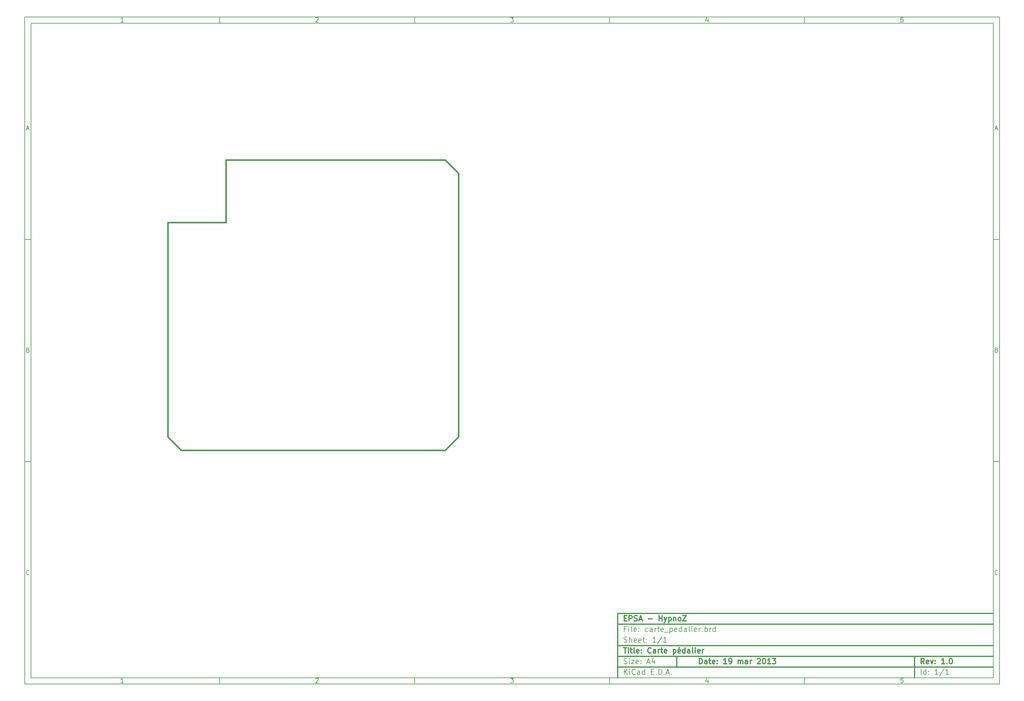
<source format=gbr>
G04 (created by PCBNEW-RS274X (2012-01-19 BZR 3256)-stable) date 19/03/2013 14:37:20*
G01*
G70*
G90*
%MOIN*%
G04 Gerber Fmt 3.4, Leading zero omitted, Abs format*
%FSLAX34Y34*%
G04 APERTURE LIST*
%ADD10C,0.006000*%
%ADD11C,0.012000*%
%ADD12C,0.015000*%
G04 APERTURE END LIST*
G54D10*
X04000Y-04000D02*
X113000Y-04000D01*
X113000Y-78670D01*
X04000Y-78670D01*
X04000Y-04000D01*
X04700Y-04700D02*
X112300Y-04700D01*
X112300Y-77970D01*
X04700Y-77970D01*
X04700Y-04700D01*
X25800Y-04000D02*
X25800Y-04700D01*
X15043Y-04552D02*
X14757Y-04552D01*
X14900Y-04552D02*
X14900Y-04052D01*
X14852Y-04124D01*
X14805Y-04171D01*
X14757Y-04195D01*
X25800Y-78670D02*
X25800Y-77970D01*
X15043Y-78522D02*
X14757Y-78522D01*
X14900Y-78522D02*
X14900Y-78022D01*
X14852Y-78094D01*
X14805Y-78141D01*
X14757Y-78165D01*
X47600Y-04000D02*
X47600Y-04700D01*
X36557Y-04100D02*
X36581Y-04076D01*
X36629Y-04052D01*
X36748Y-04052D01*
X36795Y-04076D01*
X36819Y-04100D01*
X36843Y-04148D01*
X36843Y-04195D01*
X36819Y-04267D01*
X36533Y-04552D01*
X36843Y-04552D01*
X47600Y-78670D02*
X47600Y-77970D01*
X36557Y-78070D02*
X36581Y-78046D01*
X36629Y-78022D01*
X36748Y-78022D01*
X36795Y-78046D01*
X36819Y-78070D01*
X36843Y-78118D01*
X36843Y-78165D01*
X36819Y-78237D01*
X36533Y-78522D01*
X36843Y-78522D01*
X69400Y-04000D02*
X69400Y-04700D01*
X58333Y-04052D02*
X58643Y-04052D01*
X58476Y-04243D01*
X58548Y-04243D01*
X58595Y-04267D01*
X58619Y-04290D01*
X58643Y-04338D01*
X58643Y-04457D01*
X58619Y-04505D01*
X58595Y-04529D01*
X58548Y-04552D01*
X58405Y-04552D01*
X58357Y-04529D01*
X58333Y-04505D01*
X69400Y-78670D02*
X69400Y-77970D01*
X58333Y-78022D02*
X58643Y-78022D01*
X58476Y-78213D01*
X58548Y-78213D01*
X58595Y-78237D01*
X58619Y-78260D01*
X58643Y-78308D01*
X58643Y-78427D01*
X58619Y-78475D01*
X58595Y-78499D01*
X58548Y-78522D01*
X58405Y-78522D01*
X58357Y-78499D01*
X58333Y-78475D01*
X91200Y-04000D02*
X91200Y-04700D01*
X80395Y-04219D02*
X80395Y-04552D01*
X80276Y-04029D02*
X80157Y-04386D01*
X80467Y-04386D01*
X91200Y-78670D02*
X91200Y-77970D01*
X80395Y-78189D02*
X80395Y-78522D01*
X80276Y-77999D02*
X80157Y-78356D01*
X80467Y-78356D01*
X102219Y-04052D02*
X101981Y-04052D01*
X101957Y-04290D01*
X101981Y-04267D01*
X102029Y-04243D01*
X102148Y-04243D01*
X102195Y-04267D01*
X102219Y-04290D01*
X102243Y-04338D01*
X102243Y-04457D01*
X102219Y-04505D01*
X102195Y-04529D01*
X102148Y-04552D01*
X102029Y-04552D01*
X101981Y-04529D01*
X101957Y-04505D01*
X102219Y-78022D02*
X101981Y-78022D01*
X101957Y-78260D01*
X101981Y-78237D01*
X102029Y-78213D01*
X102148Y-78213D01*
X102195Y-78237D01*
X102219Y-78260D01*
X102243Y-78308D01*
X102243Y-78427D01*
X102219Y-78475D01*
X102195Y-78499D01*
X102148Y-78522D01*
X102029Y-78522D01*
X101981Y-78499D01*
X101957Y-78475D01*
X04000Y-28890D02*
X04700Y-28890D01*
X04231Y-16510D02*
X04469Y-16510D01*
X04184Y-16652D02*
X04350Y-16152D01*
X04517Y-16652D01*
X113000Y-28890D02*
X112300Y-28890D01*
X112531Y-16510D02*
X112769Y-16510D01*
X112484Y-16652D02*
X112650Y-16152D01*
X112817Y-16652D01*
X04000Y-53780D02*
X04700Y-53780D01*
X04386Y-41280D02*
X04457Y-41304D01*
X04481Y-41328D01*
X04505Y-41376D01*
X04505Y-41447D01*
X04481Y-41495D01*
X04457Y-41519D01*
X04410Y-41542D01*
X04219Y-41542D01*
X04219Y-41042D01*
X04386Y-41042D01*
X04433Y-41066D01*
X04457Y-41090D01*
X04481Y-41138D01*
X04481Y-41185D01*
X04457Y-41233D01*
X04433Y-41257D01*
X04386Y-41280D01*
X04219Y-41280D01*
X113000Y-53780D02*
X112300Y-53780D01*
X112686Y-41280D02*
X112757Y-41304D01*
X112781Y-41328D01*
X112805Y-41376D01*
X112805Y-41447D01*
X112781Y-41495D01*
X112757Y-41519D01*
X112710Y-41542D01*
X112519Y-41542D01*
X112519Y-41042D01*
X112686Y-41042D01*
X112733Y-41066D01*
X112757Y-41090D01*
X112781Y-41138D01*
X112781Y-41185D01*
X112757Y-41233D01*
X112733Y-41257D01*
X112686Y-41280D01*
X112519Y-41280D01*
X04505Y-66385D02*
X04481Y-66409D01*
X04410Y-66432D01*
X04362Y-66432D01*
X04290Y-66409D01*
X04243Y-66361D01*
X04219Y-66313D01*
X04195Y-66218D01*
X04195Y-66147D01*
X04219Y-66051D01*
X04243Y-66004D01*
X04290Y-65956D01*
X04362Y-65932D01*
X04410Y-65932D01*
X04481Y-65956D01*
X04505Y-65980D01*
X112805Y-66385D02*
X112781Y-66409D01*
X112710Y-66432D01*
X112662Y-66432D01*
X112590Y-66409D01*
X112543Y-66361D01*
X112519Y-66313D01*
X112495Y-66218D01*
X112495Y-66147D01*
X112519Y-66051D01*
X112543Y-66004D01*
X112590Y-65956D01*
X112662Y-65932D01*
X112710Y-65932D01*
X112781Y-65956D01*
X112805Y-65980D01*
G54D11*
X79443Y-76413D02*
X79443Y-75813D01*
X79586Y-75813D01*
X79671Y-75841D01*
X79729Y-75899D01*
X79757Y-75956D01*
X79786Y-76070D01*
X79786Y-76156D01*
X79757Y-76270D01*
X79729Y-76327D01*
X79671Y-76384D01*
X79586Y-76413D01*
X79443Y-76413D01*
X80300Y-76413D02*
X80300Y-76099D01*
X80271Y-76041D01*
X80214Y-76013D01*
X80100Y-76013D01*
X80043Y-76041D01*
X80300Y-76384D02*
X80243Y-76413D01*
X80100Y-76413D01*
X80043Y-76384D01*
X80014Y-76327D01*
X80014Y-76270D01*
X80043Y-76213D01*
X80100Y-76184D01*
X80243Y-76184D01*
X80300Y-76156D01*
X80500Y-76013D02*
X80729Y-76013D01*
X80586Y-75813D02*
X80586Y-76327D01*
X80614Y-76384D01*
X80672Y-76413D01*
X80729Y-76413D01*
X81157Y-76384D02*
X81100Y-76413D01*
X80986Y-76413D01*
X80929Y-76384D01*
X80900Y-76327D01*
X80900Y-76099D01*
X80929Y-76041D01*
X80986Y-76013D01*
X81100Y-76013D01*
X81157Y-76041D01*
X81186Y-76099D01*
X81186Y-76156D01*
X80900Y-76213D01*
X81443Y-76356D02*
X81471Y-76384D01*
X81443Y-76413D01*
X81414Y-76384D01*
X81443Y-76356D01*
X81443Y-76413D01*
X81443Y-76041D02*
X81471Y-76070D01*
X81443Y-76099D01*
X81414Y-76070D01*
X81443Y-76041D01*
X81443Y-76099D01*
X82500Y-76413D02*
X82157Y-76413D01*
X82329Y-76413D02*
X82329Y-75813D01*
X82272Y-75899D01*
X82214Y-75956D01*
X82157Y-75984D01*
X82785Y-76413D02*
X82900Y-76413D01*
X82957Y-76384D01*
X82985Y-76356D01*
X83043Y-76270D01*
X83071Y-76156D01*
X83071Y-75927D01*
X83043Y-75870D01*
X83014Y-75841D01*
X82957Y-75813D01*
X82843Y-75813D01*
X82785Y-75841D01*
X82757Y-75870D01*
X82728Y-75927D01*
X82728Y-76070D01*
X82757Y-76127D01*
X82785Y-76156D01*
X82843Y-76184D01*
X82957Y-76184D01*
X83014Y-76156D01*
X83043Y-76127D01*
X83071Y-76070D01*
X83785Y-76413D02*
X83785Y-76013D01*
X83785Y-76070D02*
X83813Y-76041D01*
X83871Y-76013D01*
X83956Y-76013D01*
X84013Y-76041D01*
X84042Y-76099D01*
X84042Y-76413D01*
X84042Y-76099D02*
X84071Y-76041D01*
X84128Y-76013D01*
X84213Y-76013D01*
X84271Y-76041D01*
X84299Y-76099D01*
X84299Y-76413D01*
X84842Y-76413D02*
X84842Y-76099D01*
X84813Y-76041D01*
X84756Y-76013D01*
X84642Y-76013D01*
X84585Y-76041D01*
X84842Y-76384D02*
X84785Y-76413D01*
X84642Y-76413D01*
X84585Y-76384D01*
X84556Y-76327D01*
X84556Y-76270D01*
X84585Y-76213D01*
X84642Y-76184D01*
X84785Y-76184D01*
X84842Y-76156D01*
X85128Y-76413D02*
X85128Y-76013D01*
X85128Y-76127D02*
X85156Y-76070D01*
X85185Y-76041D01*
X85242Y-76013D01*
X85299Y-76013D01*
X85927Y-75870D02*
X85956Y-75841D01*
X86013Y-75813D01*
X86156Y-75813D01*
X86213Y-75841D01*
X86242Y-75870D01*
X86270Y-75927D01*
X86270Y-75984D01*
X86242Y-76070D01*
X85899Y-76413D01*
X86270Y-76413D01*
X86641Y-75813D02*
X86698Y-75813D01*
X86755Y-75841D01*
X86784Y-75870D01*
X86813Y-75927D01*
X86841Y-76041D01*
X86841Y-76184D01*
X86813Y-76299D01*
X86784Y-76356D01*
X86755Y-76384D01*
X86698Y-76413D01*
X86641Y-76413D01*
X86584Y-76384D01*
X86555Y-76356D01*
X86527Y-76299D01*
X86498Y-76184D01*
X86498Y-76041D01*
X86527Y-75927D01*
X86555Y-75870D01*
X86584Y-75841D01*
X86641Y-75813D01*
X87412Y-76413D02*
X87069Y-76413D01*
X87241Y-76413D02*
X87241Y-75813D01*
X87184Y-75899D01*
X87126Y-75956D01*
X87069Y-75984D01*
X87612Y-75813D02*
X87983Y-75813D01*
X87783Y-76041D01*
X87869Y-76041D01*
X87926Y-76070D01*
X87955Y-76099D01*
X87983Y-76156D01*
X87983Y-76299D01*
X87955Y-76356D01*
X87926Y-76384D01*
X87869Y-76413D01*
X87697Y-76413D01*
X87640Y-76384D01*
X87612Y-76356D01*
G54D10*
X71043Y-77613D02*
X71043Y-77013D01*
X71386Y-77613D02*
X71129Y-77270D01*
X71386Y-77013D02*
X71043Y-77356D01*
X71643Y-77613D02*
X71643Y-77213D01*
X71643Y-77013D02*
X71614Y-77041D01*
X71643Y-77070D01*
X71671Y-77041D01*
X71643Y-77013D01*
X71643Y-77070D01*
X72272Y-77556D02*
X72243Y-77584D01*
X72157Y-77613D01*
X72100Y-77613D01*
X72015Y-77584D01*
X71957Y-77527D01*
X71929Y-77470D01*
X71900Y-77356D01*
X71900Y-77270D01*
X71929Y-77156D01*
X71957Y-77099D01*
X72015Y-77041D01*
X72100Y-77013D01*
X72157Y-77013D01*
X72243Y-77041D01*
X72272Y-77070D01*
X72786Y-77613D02*
X72786Y-77299D01*
X72757Y-77241D01*
X72700Y-77213D01*
X72586Y-77213D01*
X72529Y-77241D01*
X72786Y-77584D02*
X72729Y-77613D01*
X72586Y-77613D01*
X72529Y-77584D01*
X72500Y-77527D01*
X72500Y-77470D01*
X72529Y-77413D01*
X72586Y-77384D01*
X72729Y-77384D01*
X72786Y-77356D01*
X73329Y-77613D02*
X73329Y-77013D01*
X73329Y-77584D02*
X73272Y-77613D01*
X73158Y-77613D01*
X73100Y-77584D01*
X73072Y-77556D01*
X73043Y-77499D01*
X73043Y-77327D01*
X73072Y-77270D01*
X73100Y-77241D01*
X73158Y-77213D01*
X73272Y-77213D01*
X73329Y-77241D01*
X74072Y-77299D02*
X74272Y-77299D01*
X74358Y-77613D02*
X74072Y-77613D01*
X74072Y-77013D01*
X74358Y-77013D01*
X74615Y-77556D02*
X74643Y-77584D01*
X74615Y-77613D01*
X74586Y-77584D01*
X74615Y-77556D01*
X74615Y-77613D01*
X74901Y-77613D02*
X74901Y-77013D01*
X75044Y-77013D01*
X75129Y-77041D01*
X75187Y-77099D01*
X75215Y-77156D01*
X75244Y-77270D01*
X75244Y-77356D01*
X75215Y-77470D01*
X75187Y-77527D01*
X75129Y-77584D01*
X75044Y-77613D01*
X74901Y-77613D01*
X75501Y-77556D02*
X75529Y-77584D01*
X75501Y-77613D01*
X75472Y-77584D01*
X75501Y-77556D01*
X75501Y-77613D01*
X75758Y-77441D02*
X76044Y-77441D01*
X75701Y-77613D02*
X75901Y-77013D01*
X76101Y-77613D01*
X76301Y-77556D02*
X76329Y-77584D01*
X76301Y-77613D01*
X76272Y-77584D01*
X76301Y-77556D01*
X76301Y-77613D01*
G54D11*
X104586Y-76413D02*
X104386Y-76127D01*
X104243Y-76413D02*
X104243Y-75813D01*
X104471Y-75813D01*
X104529Y-75841D01*
X104557Y-75870D01*
X104586Y-75927D01*
X104586Y-76013D01*
X104557Y-76070D01*
X104529Y-76099D01*
X104471Y-76127D01*
X104243Y-76127D01*
X105071Y-76384D02*
X105014Y-76413D01*
X104900Y-76413D01*
X104843Y-76384D01*
X104814Y-76327D01*
X104814Y-76099D01*
X104843Y-76041D01*
X104900Y-76013D01*
X105014Y-76013D01*
X105071Y-76041D01*
X105100Y-76099D01*
X105100Y-76156D01*
X104814Y-76213D01*
X105300Y-76013D02*
X105443Y-76413D01*
X105585Y-76013D01*
X105814Y-76356D02*
X105842Y-76384D01*
X105814Y-76413D01*
X105785Y-76384D01*
X105814Y-76356D01*
X105814Y-76413D01*
X105814Y-76041D02*
X105842Y-76070D01*
X105814Y-76099D01*
X105785Y-76070D01*
X105814Y-76041D01*
X105814Y-76099D01*
X106871Y-76413D02*
X106528Y-76413D01*
X106700Y-76413D02*
X106700Y-75813D01*
X106643Y-75899D01*
X106585Y-75956D01*
X106528Y-75984D01*
X107128Y-76356D02*
X107156Y-76384D01*
X107128Y-76413D01*
X107099Y-76384D01*
X107128Y-76356D01*
X107128Y-76413D01*
X107528Y-75813D02*
X107585Y-75813D01*
X107642Y-75841D01*
X107671Y-75870D01*
X107700Y-75927D01*
X107728Y-76041D01*
X107728Y-76184D01*
X107700Y-76299D01*
X107671Y-76356D01*
X107642Y-76384D01*
X107585Y-76413D01*
X107528Y-76413D01*
X107471Y-76384D01*
X107442Y-76356D01*
X107414Y-76299D01*
X107385Y-76184D01*
X107385Y-76041D01*
X107414Y-75927D01*
X107442Y-75870D01*
X107471Y-75841D01*
X107528Y-75813D01*
G54D10*
X71014Y-76384D02*
X71100Y-76413D01*
X71243Y-76413D01*
X71300Y-76384D01*
X71329Y-76356D01*
X71357Y-76299D01*
X71357Y-76241D01*
X71329Y-76184D01*
X71300Y-76156D01*
X71243Y-76127D01*
X71129Y-76099D01*
X71071Y-76070D01*
X71043Y-76041D01*
X71014Y-75984D01*
X71014Y-75927D01*
X71043Y-75870D01*
X71071Y-75841D01*
X71129Y-75813D01*
X71271Y-75813D01*
X71357Y-75841D01*
X71614Y-76413D02*
X71614Y-76013D01*
X71614Y-75813D02*
X71585Y-75841D01*
X71614Y-75870D01*
X71642Y-75841D01*
X71614Y-75813D01*
X71614Y-75870D01*
X71843Y-76013D02*
X72157Y-76013D01*
X71843Y-76413D01*
X72157Y-76413D01*
X72614Y-76384D02*
X72557Y-76413D01*
X72443Y-76413D01*
X72386Y-76384D01*
X72357Y-76327D01*
X72357Y-76099D01*
X72386Y-76041D01*
X72443Y-76013D01*
X72557Y-76013D01*
X72614Y-76041D01*
X72643Y-76099D01*
X72643Y-76156D01*
X72357Y-76213D01*
X72900Y-76356D02*
X72928Y-76384D01*
X72900Y-76413D01*
X72871Y-76384D01*
X72900Y-76356D01*
X72900Y-76413D01*
X72900Y-76041D02*
X72928Y-76070D01*
X72900Y-76099D01*
X72871Y-76070D01*
X72900Y-76041D01*
X72900Y-76099D01*
X73614Y-76241D02*
X73900Y-76241D01*
X73557Y-76413D02*
X73757Y-75813D01*
X73957Y-76413D01*
X74414Y-76013D02*
X74414Y-76413D01*
X74271Y-75784D02*
X74128Y-76213D01*
X74500Y-76213D01*
X104243Y-77613D02*
X104243Y-77013D01*
X104786Y-77613D02*
X104786Y-77013D01*
X104786Y-77584D02*
X104729Y-77613D01*
X104615Y-77613D01*
X104557Y-77584D01*
X104529Y-77556D01*
X104500Y-77499D01*
X104500Y-77327D01*
X104529Y-77270D01*
X104557Y-77241D01*
X104615Y-77213D01*
X104729Y-77213D01*
X104786Y-77241D01*
X105072Y-77556D02*
X105100Y-77584D01*
X105072Y-77613D01*
X105043Y-77584D01*
X105072Y-77556D01*
X105072Y-77613D01*
X105072Y-77241D02*
X105100Y-77270D01*
X105072Y-77299D01*
X105043Y-77270D01*
X105072Y-77241D01*
X105072Y-77299D01*
X106129Y-77613D02*
X105786Y-77613D01*
X105958Y-77613D02*
X105958Y-77013D01*
X105901Y-77099D01*
X105843Y-77156D01*
X105786Y-77184D01*
X106814Y-76984D02*
X106300Y-77756D01*
X107329Y-77613D02*
X106986Y-77613D01*
X107158Y-77613D02*
X107158Y-77013D01*
X107101Y-77099D01*
X107043Y-77156D01*
X106986Y-77184D01*
G54D11*
X70957Y-74613D02*
X71300Y-74613D01*
X71129Y-75213D02*
X71129Y-74613D01*
X71500Y-75213D02*
X71500Y-74813D01*
X71500Y-74613D02*
X71471Y-74641D01*
X71500Y-74670D01*
X71528Y-74641D01*
X71500Y-74613D01*
X71500Y-74670D01*
X71700Y-74813D02*
X71929Y-74813D01*
X71786Y-74613D02*
X71786Y-75127D01*
X71814Y-75184D01*
X71872Y-75213D01*
X71929Y-75213D01*
X72215Y-75213D02*
X72157Y-75184D01*
X72129Y-75127D01*
X72129Y-74613D01*
X72671Y-75184D02*
X72614Y-75213D01*
X72500Y-75213D01*
X72443Y-75184D01*
X72414Y-75127D01*
X72414Y-74899D01*
X72443Y-74841D01*
X72500Y-74813D01*
X72614Y-74813D01*
X72671Y-74841D01*
X72700Y-74899D01*
X72700Y-74956D01*
X72414Y-75013D01*
X72957Y-75156D02*
X72985Y-75184D01*
X72957Y-75213D01*
X72928Y-75184D01*
X72957Y-75156D01*
X72957Y-75213D01*
X72957Y-74841D02*
X72985Y-74870D01*
X72957Y-74899D01*
X72928Y-74870D01*
X72957Y-74841D01*
X72957Y-74899D01*
X74043Y-75156D02*
X74014Y-75184D01*
X73928Y-75213D01*
X73871Y-75213D01*
X73786Y-75184D01*
X73728Y-75127D01*
X73700Y-75070D01*
X73671Y-74956D01*
X73671Y-74870D01*
X73700Y-74756D01*
X73728Y-74699D01*
X73786Y-74641D01*
X73871Y-74613D01*
X73928Y-74613D01*
X74014Y-74641D01*
X74043Y-74670D01*
X74557Y-75213D02*
X74557Y-74899D01*
X74528Y-74841D01*
X74471Y-74813D01*
X74357Y-74813D01*
X74300Y-74841D01*
X74557Y-75184D02*
X74500Y-75213D01*
X74357Y-75213D01*
X74300Y-75184D01*
X74271Y-75127D01*
X74271Y-75070D01*
X74300Y-75013D01*
X74357Y-74984D01*
X74500Y-74984D01*
X74557Y-74956D01*
X74843Y-75213D02*
X74843Y-74813D01*
X74843Y-74927D02*
X74871Y-74870D01*
X74900Y-74841D01*
X74957Y-74813D01*
X75014Y-74813D01*
X75128Y-74813D02*
X75357Y-74813D01*
X75214Y-74613D02*
X75214Y-75127D01*
X75242Y-75184D01*
X75300Y-75213D01*
X75357Y-75213D01*
X75785Y-75184D02*
X75728Y-75213D01*
X75614Y-75213D01*
X75557Y-75184D01*
X75528Y-75127D01*
X75528Y-74899D01*
X75557Y-74841D01*
X75614Y-74813D01*
X75728Y-74813D01*
X75785Y-74841D01*
X75814Y-74899D01*
X75814Y-74956D01*
X75528Y-75013D01*
X76528Y-74813D02*
X76528Y-75413D01*
X76528Y-74841D02*
X76585Y-74813D01*
X76699Y-74813D01*
X76756Y-74841D01*
X76785Y-74870D01*
X76814Y-74927D01*
X76814Y-75099D01*
X76785Y-75156D01*
X76756Y-75184D01*
X76699Y-75213D01*
X76585Y-75213D01*
X76528Y-75184D01*
X77299Y-75184D02*
X77242Y-75213D01*
X77128Y-75213D01*
X77071Y-75184D01*
X77042Y-75127D01*
X77042Y-74899D01*
X77071Y-74841D01*
X77128Y-74813D01*
X77242Y-74813D01*
X77299Y-74841D01*
X77328Y-74899D01*
X77328Y-74956D01*
X77042Y-75013D01*
X77242Y-74584D02*
X77157Y-74670D01*
X77842Y-75213D02*
X77842Y-74613D01*
X77842Y-75184D02*
X77785Y-75213D01*
X77671Y-75213D01*
X77613Y-75184D01*
X77585Y-75156D01*
X77556Y-75099D01*
X77556Y-74927D01*
X77585Y-74870D01*
X77613Y-74841D01*
X77671Y-74813D01*
X77785Y-74813D01*
X77842Y-74841D01*
X78385Y-75213D02*
X78385Y-74899D01*
X78356Y-74841D01*
X78299Y-74813D01*
X78185Y-74813D01*
X78128Y-74841D01*
X78385Y-75184D02*
X78328Y-75213D01*
X78185Y-75213D01*
X78128Y-75184D01*
X78099Y-75127D01*
X78099Y-75070D01*
X78128Y-75013D01*
X78185Y-74984D01*
X78328Y-74984D01*
X78385Y-74956D01*
X78757Y-75213D02*
X78699Y-75184D01*
X78671Y-75127D01*
X78671Y-74613D01*
X78985Y-75213D02*
X78985Y-74813D01*
X78985Y-74613D02*
X78956Y-74641D01*
X78985Y-74670D01*
X79013Y-74641D01*
X78985Y-74613D01*
X78985Y-74670D01*
X79499Y-75184D02*
X79442Y-75213D01*
X79328Y-75213D01*
X79271Y-75184D01*
X79242Y-75127D01*
X79242Y-74899D01*
X79271Y-74841D01*
X79328Y-74813D01*
X79442Y-74813D01*
X79499Y-74841D01*
X79528Y-74899D01*
X79528Y-74956D01*
X79242Y-75013D01*
X79785Y-75213D02*
X79785Y-74813D01*
X79785Y-74927D02*
X79813Y-74870D01*
X79842Y-74841D01*
X79899Y-74813D01*
X79956Y-74813D01*
G54D10*
X71243Y-72499D02*
X71043Y-72499D01*
X71043Y-72813D02*
X71043Y-72213D01*
X71329Y-72213D01*
X71557Y-72813D02*
X71557Y-72413D01*
X71557Y-72213D02*
X71528Y-72241D01*
X71557Y-72270D01*
X71585Y-72241D01*
X71557Y-72213D01*
X71557Y-72270D01*
X71929Y-72813D02*
X71871Y-72784D01*
X71843Y-72727D01*
X71843Y-72213D01*
X72385Y-72784D02*
X72328Y-72813D01*
X72214Y-72813D01*
X72157Y-72784D01*
X72128Y-72727D01*
X72128Y-72499D01*
X72157Y-72441D01*
X72214Y-72413D01*
X72328Y-72413D01*
X72385Y-72441D01*
X72414Y-72499D01*
X72414Y-72556D01*
X72128Y-72613D01*
X72671Y-72756D02*
X72699Y-72784D01*
X72671Y-72813D01*
X72642Y-72784D01*
X72671Y-72756D01*
X72671Y-72813D01*
X72671Y-72441D02*
X72699Y-72470D01*
X72671Y-72499D01*
X72642Y-72470D01*
X72671Y-72441D01*
X72671Y-72499D01*
X73671Y-72784D02*
X73614Y-72813D01*
X73500Y-72813D01*
X73442Y-72784D01*
X73414Y-72756D01*
X73385Y-72699D01*
X73385Y-72527D01*
X73414Y-72470D01*
X73442Y-72441D01*
X73500Y-72413D01*
X73614Y-72413D01*
X73671Y-72441D01*
X74185Y-72813D02*
X74185Y-72499D01*
X74156Y-72441D01*
X74099Y-72413D01*
X73985Y-72413D01*
X73928Y-72441D01*
X74185Y-72784D02*
X74128Y-72813D01*
X73985Y-72813D01*
X73928Y-72784D01*
X73899Y-72727D01*
X73899Y-72670D01*
X73928Y-72613D01*
X73985Y-72584D01*
X74128Y-72584D01*
X74185Y-72556D01*
X74471Y-72813D02*
X74471Y-72413D01*
X74471Y-72527D02*
X74499Y-72470D01*
X74528Y-72441D01*
X74585Y-72413D01*
X74642Y-72413D01*
X74756Y-72413D02*
X74985Y-72413D01*
X74842Y-72213D02*
X74842Y-72727D01*
X74870Y-72784D01*
X74928Y-72813D01*
X74985Y-72813D01*
X75413Y-72784D02*
X75356Y-72813D01*
X75242Y-72813D01*
X75185Y-72784D01*
X75156Y-72727D01*
X75156Y-72499D01*
X75185Y-72441D01*
X75242Y-72413D01*
X75356Y-72413D01*
X75413Y-72441D01*
X75442Y-72499D01*
X75442Y-72556D01*
X75156Y-72613D01*
X75556Y-72870D02*
X76013Y-72870D01*
X76156Y-72413D02*
X76156Y-73013D01*
X76156Y-72441D02*
X76213Y-72413D01*
X76327Y-72413D01*
X76384Y-72441D01*
X76413Y-72470D01*
X76442Y-72527D01*
X76442Y-72699D01*
X76413Y-72756D01*
X76384Y-72784D01*
X76327Y-72813D01*
X76213Y-72813D01*
X76156Y-72784D01*
X76927Y-72784D02*
X76870Y-72813D01*
X76756Y-72813D01*
X76699Y-72784D01*
X76670Y-72727D01*
X76670Y-72499D01*
X76699Y-72441D01*
X76756Y-72413D01*
X76870Y-72413D01*
X76927Y-72441D01*
X76956Y-72499D01*
X76956Y-72556D01*
X76670Y-72613D01*
X77470Y-72813D02*
X77470Y-72213D01*
X77470Y-72784D02*
X77413Y-72813D01*
X77299Y-72813D01*
X77241Y-72784D01*
X77213Y-72756D01*
X77184Y-72699D01*
X77184Y-72527D01*
X77213Y-72470D01*
X77241Y-72441D01*
X77299Y-72413D01*
X77413Y-72413D01*
X77470Y-72441D01*
X78013Y-72813D02*
X78013Y-72499D01*
X77984Y-72441D01*
X77927Y-72413D01*
X77813Y-72413D01*
X77756Y-72441D01*
X78013Y-72784D02*
X77956Y-72813D01*
X77813Y-72813D01*
X77756Y-72784D01*
X77727Y-72727D01*
X77727Y-72670D01*
X77756Y-72613D01*
X77813Y-72584D01*
X77956Y-72584D01*
X78013Y-72556D01*
X78385Y-72813D02*
X78327Y-72784D01*
X78299Y-72727D01*
X78299Y-72213D01*
X78613Y-72813D02*
X78613Y-72413D01*
X78613Y-72213D02*
X78584Y-72241D01*
X78613Y-72270D01*
X78641Y-72241D01*
X78613Y-72213D01*
X78613Y-72270D01*
X79127Y-72784D02*
X79070Y-72813D01*
X78956Y-72813D01*
X78899Y-72784D01*
X78870Y-72727D01*
X78870Y-72499D01*
X78899Y-72441D01*
X78956Y-72413D01*
X79070Y-72413D01*
X79127Y-72441D01*
X79156Y-72499D01*
X79156Y-72556D01*
X78870Y-72613D01*
X79413Y-72813D02*
X79413Y-72413D01*
X79413Y-72527D02*
X79441Y-72470D01*
X79470Y-72441D01*
X79527Y-72413D01*
X79584Y-72413D01*
X79784Y-72756D02*
X79812Y-72784D01*
X79784Y-72813D01*
X79755Y-72784D01*
X79784Y-72756D01*
X79784Y-72813D01*
X80070Y-72813D02*
X80070Y-72213D01*
X80070Y-72441D02*
X80127Y-72413D01*
X80241Y-72413D01*
X80298Y-72441D01*
X80327Y-72470D01*
X80356Y-72527D01*
X80356Y-72699D01*
X80327Y-72756D01*
X80298Y-72784D01*
X80241Y-72813D01*
X80127Y-72813D01*
X80070Y-72784D01*
X80613Y-72813D02*
X80613Y-72413D01*
X80613Y-72527D02*
X80641Y-72470D01*
X80670Y-72441D01*
X80727Y-72413D01*
X80784Y-72413D01*
X81241Y-72813D02*
X81241Y-72213D01*
X81241Y-72784D02*
X81184Y-72813D01*
X81070Y-72813D01*
X81012Y-72784D01*
X80984Y-72756D01*
X80955Y-72699D01*
X80955Y-72527D01*
X80984Y-72470D01*
X81012Y-72441D01*
X81070Y-72413D01*
X81184Y-72413D01*
X81241Y-72441D01*
X71014Y-73984D02*
X71100Y-74013D01*
X71243Y-74013D01*
X71300Y-73984D01*
X71329Y-73956D01*
X71357Y-73899D01*
X71357Y-73841D01*
X71329Y-73784D01*
X71300Y-73756D01*
X71243Y-73727D01*
X71129Y-73699D01*
X71071Y-73670D01*
X71043Y-73641D01*
X71014Y-73584D01*
X71014Y-73527D01*
X71043Y-73470D01*
X71071Y-73441D01*
X71129Y-73413D01*
X71271Y-73413D01*
X71357Y-73441D01*
X71614Y-74013D02*
X71614Y-73413D01*
X71871Y-74013D02*
X71871Y-73699D01*
X71842Y-73641D01*
X71785Y-73613D01*
X71700Y-73613D01*
X71642Y-73641D01*
X71614Y-73670D01*
X72385Y-73984D02*
X72328Y-74013D01*
X72214Y-74013D01*
X72157Y-73984D01*
X72128Y-73927D01*
X72128Y-73699D01*
X72157Y-73641D01*
X72214Y-73613D01*
X72328Y-73613D01*
X72385Y-73641D01*
X72414Y-73699D01*
X72414Y-73756D01*
X72128Y-73813D01*
X72899Y-73984D02*
X72842Y-74013D01*
X72728Y-74013D01*
X72671Y-73984D01*
X72642Y-73927D01*
X72642Y-73699D01*
X72671Y-73641D01*
X72728Y-73613D01*
X72842Y-73613D01*
X72899Y-73641D01*
X72928Y-73699D01*
X72928Y-73756D01*
X72642Y-73813D01*
X73099Y-73613D02*
X73328Y-73613D01*
X73185Y-73413D02*
X73185Y-73927D01*
X73213Y-73984D01*
X73271Y-74013D01*
X73328Y-74013D01*
X73528Y-73956D02*
X73556Y-73984D01*
X73528Y-74013D01*
X73499Y-73984D01*
X73528Y-73956D01*
X73528Y-74013D01*
X73528Y-73641D02*
X73556Y-73670D01*
X73528Y-73699D01*
X73499Y-73670D01*
X73528Y-73641D01*
X73528Y-73699D01*
X74585Y-74013D02*
X74242Y-74013D01*
X74414Y-74013D02*
X74414Y-73413D01*
X74357Y-73499D01*
X74299Y-73556D01*
X74242Y-73584D01*
X75270Y-73384D02*
X74756Y-74156D01*
X75785Y-74013D02*
X75442Y-74013D01*
X75614Y-74013D02*
X75614Y-73413D01*
X75557Y-73499D01*
X75499Y-73556D01*
X75442Y-73584D01*
G54D11*
X71043Y-71299D02*
X71243Y-71299D01*
X71329Y-71613D02*
X71043Y-71613D01*
X71043Y-71013D01*
X71329Y-71013D01*
X71586Y-71613D02*
X71586Y-71013D01*
X71814Y-71013D01*
X71872Y-71041D01*
X71900Y-71070D01*
X71929Y-71127D01*
X71929Y-71213D01*
X71900Y-71270D01*
X71872Y-71299D01*
X71814Y-71327D01*
X71586Y-71327D01*
X72157Y-71584D02*
X72243Y-71613D01*
X72386Y-71613D01*
X72443Y-71584D01*
X72472Y-71556D01*
X72500Y-71499D01*
X72500Y-71441D01*
X72472Y-71384D01*
X72443Y-71356D01*
X72386Y-71327D01*
X72272Y-71299D01*
X72214Y-71270D01*
X72186Y-71241D01*
X72157Y-71184D01*
X72157Y-71127D01*
X72186Y-71070D01*
X72214Y-71041D01*
X72272Y-71013D01*
X72414Y-71013D01*
X72500Y-71041D01*
X72728Y-71441D02*
X73014Y-71441D01*
X72671Y-71613D02*
X72871Y-71013D01*
X73071Y-71613D01*
X73728Y-71384D02*
X74185Y-71384D01*
X74928Y-71613D02*
X74928Y-71013D01*
X74928Y-71299D02*
X75271Y-71299D01*
X75271Y-71613D02*
X75271Y-71013D01*
X75500Y-71213D02*
X75643Y-71613D01*
X75785Y-71213D02*
X75643Y-71613D01*
X75585Y-71756D01*
X75557Y-71784D01*
X75500Y-71813D01*
X76014Y-71213D02*
X76014Y-71813D01*
X76014Y-71241D02*
X76071Y-71213D01*
X76185Y-71213D01*
X76242Y-71241D01*
X76271Y-71270D01*
X76300Y-71327D01*
X76300Y-71499D01*
X76271Y-71556D01*
X76242Y-71584D01*
X76185Y-71613D01*
X76071Y-71613D01*
X76014Y-71584D01*
X76557Y-71213D02*
X76557Y-71613D01*
X76557Y-71270D02*
X76585Y-71241D01*
X76643Y-71213D01*
X76728Y-71213D01*
X76785Y-71241D01*
X76814Y-71299D01*
X76814Y-71613D01*
X77186Y-71613D02*
X77128Y-71584D01*
X77100Y-71556D01*
X77071Y-71499D01*
X77071Y-71327D01*
X77100Y-71270D01*
X77128Y-71241D01*
X77186Y-71213D01*
X77271Y-71213D01*
X77328Y-71241D01*
X77357Y-71270D01*
X77386Y-71327D01*
X77386Y-71499D01*
X77357Y-71556D01*
X77328Y-71584D01*
X77271Y-71613D01*
X77186Y-71613D01*
X77586Y-71013D02*
X77986Y-71013D01*
X77586Y-71613D01*
X77986Y-71613D01*
X70300Y-70770D02*
X70300Y-77970D01*
X70300Y-71970D02*
X112300Y-71970D01*
X70300Y-70770D02*
X112300Y-70770D01*
X70300Y-74370D02*
X112300Y-74370D01*
X103500Y-75570D02*
X103500Y-77970D01*
X70300Y-76770D02*
X112300Y-76770D01*
X70300Y-75570D02*
X112300Y-75570D01*
X76900Y-75570D02*
X76900Y-76770D01*
G54D12*
X20000Y-51000D02*
X20000Y-27000D01*
X51000Y-52500D02*
X21500Y-52500D01*
X52500Y-21500D02*
X52500Y-51000D01*
X26500Y-20000D02*
X51000Y-20000D01*
X51000Y-20000D02*
X52500Y-21500D01*
X51000Y-52500D02*
X52500Y-51000D01*
X20000Y-51000D02*
X21500Y-52500D01*
X26500Y-27000D02*
X26500Y-20000D01*
X20000Y-27000D02*
X26500Y-27000D01*
M02*

</source>
